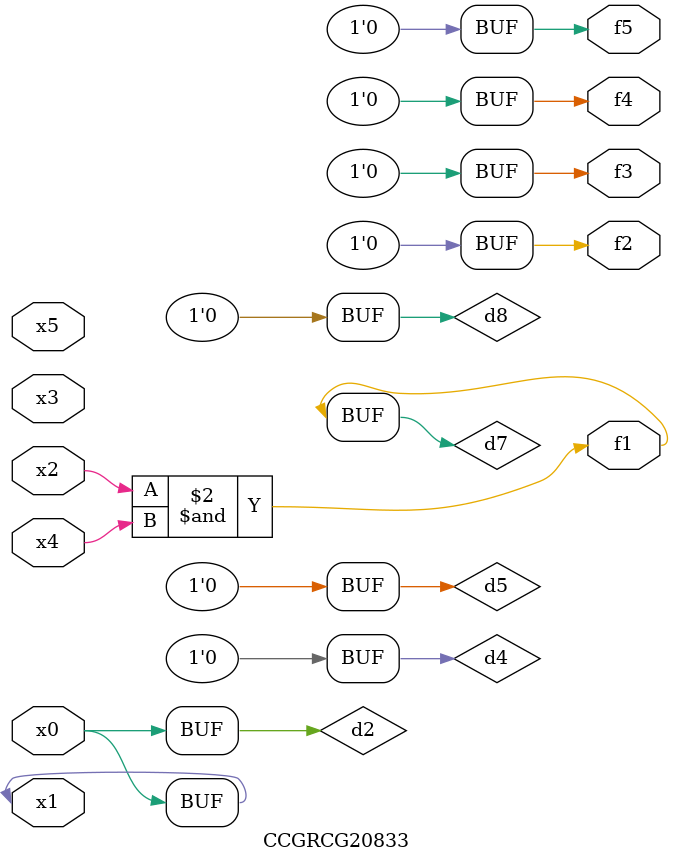
<source format=v>
module CCGRCG20833(
	input x0, x1, x2, x3, x4, x5,
	output f1, f2, f3, f4, f5
);

	wire d1, d2, d3, d4, d5, d6, d7, d8, d9;

	nand (d1, x1);
	buf (d2, x0, x1);
	nand (d3, x2, x4);
	and (d4, d1, d2);
	and (d5, d1, d2);
	nand (d6, d1, d3);
	not (d7, d3);
	xor (d8, d5);
	nor (d9, d5, d6);
	assign f1 = d7;
	assign f2 = d8;
	assign f3 = d8;
	assign f4 = d8;
	assign f5 = d8;
endmodule

</source>
